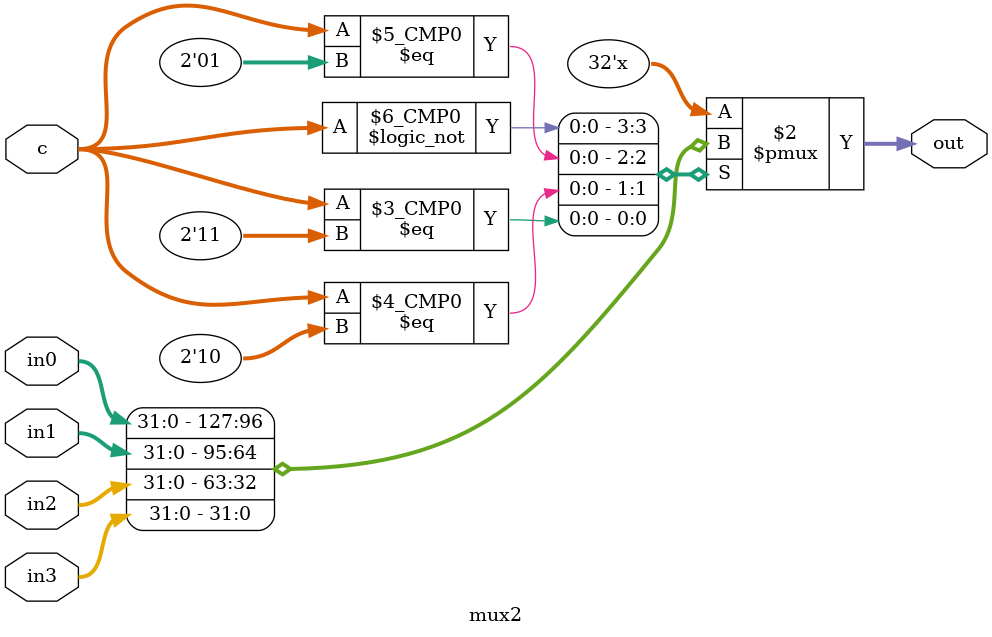
<source format=v>
`timescale 1ns / 1ps

module mux2(
    input [1:0]c,
    input [31:0]in0,in1,in2,in3,
    output reg [31:0]out
    );
    always @* begin
        case(c) //synopsys parallel_case
            2'b00:out=in0;
            2'b01:out=in1;
            2'b10:out=in2;
            2'b11:out=in3;
        endcase
    end
endmodule

</source>
